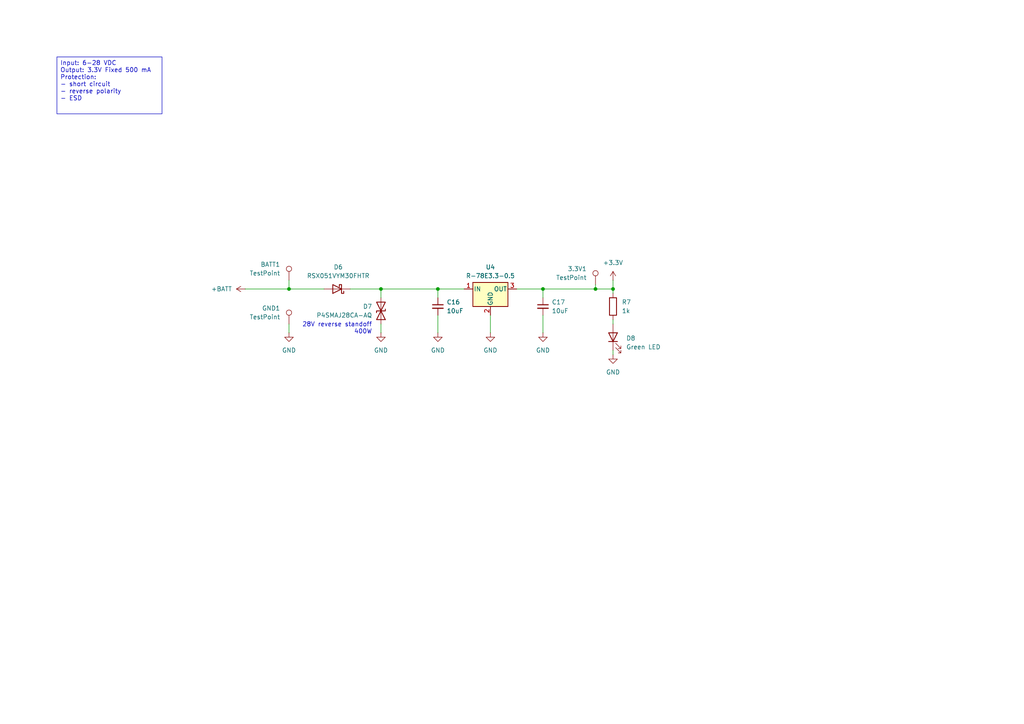
<source format=kicad_sch>
(kicad_sch (version 20250114) (generator "eeschema") (generator_version "9.0")
  (paper "A4")
  (lib_symbols
    (symbol "+3.3V_1" (power) (pin_numbers (hide yes)) (pin_names (offset 0) (hide yes))
      (property "Value" "+3.3V" (at 0 3.556 0))
      (symbol "+3.3V_1_0_1"
        (polyline (pts (xy -0.762 1.27) (xy 0 2.54)))
        (polyline (pts (xy 0 2.54) (xy 0.762 1.27)))
        (polyline (pts (xy 0 0) (xy 0 2.54)))
      )
      (symbol "+3.3V_1_1_1"
        (pin power_in line (at 0 0 90) (length 0) (name "~") (number "1"))
      )
    )
    (symbol "Connector:TestPoint" (pin_numbers (hide yes)) (pin_names (offset 0.762) (hide yes))
      (property "Reference" "TP" (at 0 6.858 0))
      (property "Value" "TestPoint" (at 0 5.08 0))
      (symbol "TestPoint_0_1"
        (circle (center 0 3.302) (radius 0.762))
      )
      (symbol "TestPoint_1_1"
        (pin passive line (at 0 0 90) (length 2.54) (name "1") (number "1"))
      )
    )
    (symbol "Device:C_Small" (pin_numbers (hide yes)) (pin_names (offset 0.254) (hide yes))
      (property "Reference" "C" (at 0.254 1.778 0))
      (property "Value" "C_Small" (at 0.254 -2.032 0))
      (symbol "C_Small_0_1"
        (polyline (pts (xy -1.524 0.508) (xy 1.524 0.508)) (stroke (width 0.3048)))
        (polyline (pts (xy -1.524 -0.508) (xy 1.524 -0.508)) (stroke (width 0.3302)))
      )
      (symbol "C_Small_1_1"
        (pin passive line (at 0 2.54 270) (length 2.032) (name "~") (number "1"))
        (pin passive line (at 0 -2.54 90) (length 2.032) (name "~") (number "2"))
      )
    )
    (symbol "Device:D_Schottky" (pin_numbers (hide yes)) (pin_names (offset 1.016) (hide yes))
      (property "Reference" "D" (at 0 2.54 0))
      (property "Value" "D_Schottky" (at 0 -2.54 0))
      (symbol "D_Schottky_0_1"
        (polyline (pts (xy -1.905 0.635) (xy -1.905 1.27) (xy -1.27 1.27) (xy -1.27 -1.27) (xy -0.635 -1.27) (xy -0.635 -0.635)) (stroke (width 0.254)))
        (polyline (pts (xy 1.27 1.27) (xy 1.27 -1.27) (xy -1.27 0) (xy 1.27 1.27)) (stroke (width 0.254)))
        (polyline (pts (xy 1.27 0) (xy -1.27 0)))
      )
      (symbol "D_Schottky_1_1"
        (pin passive line (at -3.81 0 0) (length 2.54) (name "K") (number "1"))
        (pin passive line (at 3.81 0 180) (length 2.54) (name "A") (number "2"))
      )
    )
    (symbol "Device:D_TVS" (pin_numbers (hide yes)) (pin_names (offset 1.016) (hide yes))
      (property "Reference" "D" (at 0 2.54 0))
      (property "Value" "D_TVS" (at 0 -2.54 0))
      (symbol "D_TVS_0_1"
        (polyline (pts (xy -2.54 1.27) (xy -2.54 -1.27) (xy 2.54 1.27) (xy 2.54 -1.27) (xy -2.54 1.27)) (stroke (width 0.254)))
        (polyline (pts (xy 0.508 1.27) (xy 0 1.27) (xy 0 -1.27) (xy -0.508 -1.27)) (stroke (width 0.254)))
        (polyline (pts (xy 1.27 0) (xy -1.27 0)))
      )
      (symbol "D_TVS_1_1"
        (pin passive line (at -3.81 0 0) (length 2.54) (name "A1") (number "1"))
        (pin passive line (at 3.81 0 180) (length 2.54) (name "A2") (number "2"))
      )
    )
    (symbol "Device:LED" (pin_numbers (hide yes)) (pin_names (offset 1.016) (hide yes))
      (property "Reference" "D" (at 0 2.54 0))
      (property "Value" "LED" (at 0 -2.54 0))
      (symbol "LED_0_1"
        (polyline (pts (xy -3.048 -0.762) (xy -4.572 -2.286) (xy -3.81 -2.286) (xy -4.572 -2.286) (xy -4.572 -1.524)))
        (polyline (pts (xy -1.778 -0.762) (xy -3.302 -2.286) (xy -2.54 -2.286) (xy -3.302 -2.286) (xy -3.302 -1.524)))
        (polyline (pts (xy -1.27 0) (xy 1.27 0)))
        (polyline (pts (xy -1.27 -1.27) (xy -1.27 1.27)) (stroke (width 0.254)))
        (polyline (pts (xy 1.27 -1.27) (xy 1.27 1.27) (xy -1.27 0) (xy 1.27 -1.27)) (stroke (width 0.254)))
      )
      (symbol "LED_1_1"
        (pin passive line (at -3.81 0 0) (length 2.54) (name "K") (number "1"))
        (pin passive line (at 3.81 0 180) (length 2.54) (name "A") (number "2"))
      )
    )
    (symbol "Device:R" (pin_numbers (hide yes)) (pin_names (offset 0))
      (property "Reference" "R" (at 2.032 0 90))
      (property "Value" "R" (at 0 0 90))
      (symbol "R_0_1"
        (rectangle (start -1.016 -2.54) (end 1.016 2.54) (stroke (width 0.254)))
      )
      (symbol "R_1_1"
        (pin passive line (at 0 3.81 270) (length 1.27) (name "~") (number "1"))
        (pin passive line (at 0 -3.81 90) (length 1.27) (name "~") (number "2"))
      )
    )
    (symbol "GND_3" (power) (pin_names (offset 0))
      (property "Value" "GND" (at 0 -3.81 0))
      (symbol "GND_3_0_1"
        (polyline (pts (xy 0 0) (xy 0 -1.27) (xy 1.27 -1.27) (xy 0 -2.54) (xy -1.27 -1.27) (xy 0 -1.27)))
      )
      (symbol "GND_3_1_1"
        (pin power_in line (at 0 0 270) (length 0) (hide yes) (name "GND") (number "1"))
      )
    )
    (symbol "Regulator_Switching:R-78E3.3-0.5" (pin_names (offset 0.254))
      (property "Reference" "U" (at -3.81 3.175 0))
      (property "Value" "R-78E3.3-0.5" (at 0 3.175 0))
      (symbol "R-78E3.3-0.5_0_1"
        (rectangle (start -5.08 1.905) (end 5.08 -5.08) (stroke (width 0.254)) (fill (type background)))
      )
      (symbol "R-78E3.3-0.5_1_1"
        (pin power_in line (at -7.62 0 0) (length 2.54) (name "IN") (number "1"))
        (pin power_in line (at 0 -7.62 90) (length 2.54) (name "GND") (number "2"))
        (pin power_out line (at 7.62 0 180) (length 2.54) (name "OUT") (number "3"))
      )
    )
    (symbol "power:+BATT" (power) (pin_numbers (hide yes)) (pin_names (offset 0) (hide yes))
      (property "Value" "+BATT" (at 0 3.556 0))
      (symbol "+BATT_0_1"
        (polyline (pts (xy -0.762 1.27) (xy 0 2.54)))
        (polyline (pts (xy 0 2.54) (xy 0.762 1.27)))
        (polyline (pts (xy 0 0) (xy 0 2.54)))
      )
      (symbol "+BATT_1_1"
        (pin power_in line (at 0 0 90) (length 0) (name "~") (number "1"))
      )
    )
    (symbol "power:GND" (power) (pin_numbers (hide yes)) (pin_names (offset 0) (hide yes))
      (property "Value" "GND" (at 0 -3.81 0))
      (symbol "GND_0_1"
        (polyline (pts (xy 0 0) (xy 0 -1.27) (xy 1.27 -1.27) (xy 0 -2.54) (xy -1.27 -1.27) (xy 0 -1.27)))
      )
      (symbol "GND_1_1"
        (pin power_in line (at 0 0 270) (length 0) (name "~") (number "1"))
      )
    )
  )
  (text "28V reverse standoff\n400W" (at 107.95 95.25 0) (effects (font (size 1.27 1.27)) (justify right)))
  (text_box "Input: 6-28 VDC\nOutput: 3.3V Fixed 500 mA\nProtection:\n- short circuit\n- reverse polarity\n- ESD" (at 16.51 16.51 0) (size 30.48 16.51) (margins 0.9525 0.9525 0.9525 0.9525) (effects (font (size 1.27 1.27)) (justify left top)))
  (junction (at 177.8 83.82))
  (junction (at 127 83.82))
  (junction (at 157.48 83.82))
  (junction (at 110.49 83.82))
  (junction (at 83.82 83.82))
  (junction (at 172.72 83.82))
  (wire (pts (xy 177.8 92.71) (xy 177.8 93.98)))
  (wire (pts (xy 172.72 82.55) (xy 172.72 83.82)))
  (wire (pts (xy 83.82 83.82) (xy 93.98 83.82)))
  (wire (pts (xy 110.49 83.82) (xy 110.49 86.36)))
  (wire (pts (xy 172.72 83.82) (xy 177.8 83.82)))
  (wire (pts (xy 127 91.44) (xy 127 96.52)))
  (wire (pts (xy 110.49 93.98) (xy 110.49 96.52)))
  (wire (pts (xy 83.82 93.98) (xy 83.82 96.52)))
  (wire (pts (xy 101.6 83.82) (xy 110.49 83.82)))
  (wire (pts (xy 127 83.82) (xy 127 86.36)))
  (wire (pts (xy 142.24 91.44) (xy 142.24 96.52)))
  (wire (pts (xy 71.12 83.82) (xy 83.82 83.82)))
  (wire (pts (xy 177.8 83.82) (xy 177.8 85.09)))
  (wire (pts (xy 83.82 81.28) (xy 83.82 83.82)))
  (wire (pts (xy 177.8 81.28) (xy 177.8 83.82)))
  (wire (pts (xy 110.49 83.82) (xy 127 83.82)))
  (wire (pts (xy 127 83.82) (xy 134.62 83.82)))
  (wire (pts (xy 177.8 101.6) (xy 177.8 102.87)))
  (wire (pts (xy 157.48 83.82) (xy 157.48 86.36)))
  (wire (pts (xy 157.48 91.44) (xy 157.48 96.52)))
  (wire (pts (xy 149.86 83.82) (xy 157.48 83.82)))
  (wire (pts (xy 157.48 83.82) (xy 172.72 83.82)))
  (symbol (lib_id "power:GND") (at 110.49 96.52 0) (unit 1)
    (property "Reference" "#PWR043" (effects (hide yes)))
    (property "Value" "GND" (at 110.49 101.6 0))
    (property "Description" "Power symbol creates a global label with name \"GND\" , ground" (effects (hide yes)))
  )
  (symbol (lib_id "power:GND") (at 157.48 96.52 0) (unit 1)
    (property "Reference" "#PWR046" (effects (hide yes)))
    (property "Value" "GND" (at 157.48 101.6 0))
    (property "Description" "Power symbol creates a global label with name \"GND\" , ground" (effects (hide yes)))
  )
  (symbol (lib_id "power:GND") (at 83.82 96.52 0) (unit 1)
    (property "Reference" "#PWR042" (effects (hide yes)))
    (property "Value" "GND" (at 83.82 101.6 0))
    (property "Description" "Power symbol creates a global label with name \"GND\" , ground" (effects (hide yes)))
  )
  (symbol (lib_id "power:GND") (at 127 96.52 0) (unit 1)
    (property "Reference" "#PWR044" (effects (hide yes)))
    (property "Value" "GND" (at 127 101.6 0))
    (property "Description" "Power symbol creates a global label with name \"GND\" , ground" (effects (hide yes)))
  )
  (symbol (lib_id "Device:LED") (at 177.8 97.79 90) (unit 1)
    (property "Reference" "D8" (at 181.61 98.1074 90) (effects (justify right)))
    (property "Value" "Green LED" (at 181.61 100.6474 90) (effects (justify right)))
    (property "Footprint" "LED_SMD:LED_0603_1608Metric" (effects (hide yes)))
  )
  (symbol (lib_id "Connector:TestPoint") (at 83.82 81.28 0) (mirror y) (unit 1)
    (property "Reference" "BATT1" (at 81.28 76.7079 0) (effects (justify left)))
    (property "Value" "TestPoint" (at 81.28 79.2479 0) (effects (justify left)))
    (property "Footprint" "TestPoint:TestPoint_Pad_D1.5mm" (effects (hide yes)))
    (property "Description" "test point" (effects (hide yes)))
  )
  (symbol (lib_id "Device:C_Small") (at 157.48 88.9 0) (unit 1)
    (property "Reference" "C17" (at 160.02 87.6362 0) (effects (justify left)))
    (property "Value" "10uF" (at 160.02 90.1762 0) (effects (justify left)))
    (property "Footprint" "Capacitor_SMD:C_0805_2012Metric" (effects (hide yes)))
    (property "Description" "Unpolarized capacitor, small symbol" (effects (hide yes)))
  )
  (symbol (lib_id "power:+BATT") (at 71.12 83.82 90) (unit 1)
    (property "Reference" "#PWR041" (effects (hide yes)))
    (property "Value" "+BATT" (at 67.31 83.8199 90) (effects (justify left)))
    (property "Description" "Power symbol creates a global label with name \"+BATT\"" (effects (hide yes)))
  )
  (symbol (lib_id "Device:D_Schottky") (at 97.79 83.82 180) (unit 1)
    (property "Reference" "D6" (at 98.1075 77.47 0))
    (property "Value" "RSX051VYM30FHTR" (at 98.1075 80.01 0))
    (property "Footprint" "Diode_SMD:D_TUMD2" (effects (hide yes)))
    (property "Description" "Schottky diode" (effects (hide yes)))
  )
  (symbol (lib_id "Device:C_Small") (at 127 88.9 0) (unit 1)
    (property "Reference" "C16" (at 129.54 87.6362 0) (effects (justify left)))
    (property "Value" "10uF" (at 129.54 90.1762 0) (effects (justify left)))
    (property "Footprint" "Capacitor_SMD:C_0805_2012Metric" (effects (hide yes)))
    (property "Description" "Unpolarized capacitor, small symbol" (effects (hide yes)))
  )
  (symbol (lib_id "Device:R") (at 177.8 88.9 0) (unit 1)
    (property "Reference" "R7" (at 180.34 87.6299 0) (effects (justify left)))
    (property "Value" "1k" (at 180.34 90.1699 0) (effects (justify left)))
    (property "Footprint" "Resistor_SMD:R_0603_1608Metric" (effects (hide yes)))
  )
  (symbol (lib_name "GND_3") (lib_id "power:GND") (at 177.8 102.87 0) (unit 1)
    (property "Reference" "#PWR048" (effects (hide yes)))
    (property "Value" "GND" (at 177.8 107.95 0))
  )
  (symbol (lib_id "Device:D_TVS") (at 110.49 90.17 270) (mirror x) (unit 1)
    (property "Reference" "D7" (at 107.95 88.8999 90) (effects (justify right)))
    (property "Value" "P4SMAJ28CA-AQ" (at 107.95 91.4399 90) (effects (justify right)))
    (property "Footprint" "Diode_SMD:D_SMA" (effects (hide yes)))
    (property "Description" "Bidirectional transient-voltage-suppression diode" (effects (hide yes)))
  )
  (symbol (lib_name "+3.3V_1") (lib_id "power:+3.3V") (at 177.8 81.28 0) (unit 1)
    (property "Reference" "#PWR049" (effects (hide yes)))
    (property "Value" "+3.3V" (at 177.8 76.2 0))
    (property "Description" "Power symbol creates a global label with name \"+3.3V\"" (effects (hide yes)))
  )
  (symbol (lib_id "Regulator_Switching:R-78E3.3-0.5") (at 142.24 83.82 0) (unit 1)
    (property "Reference" "U4" (at 142.24 77.47 0))
    (property "Value" "R-78E3.3-0.5" (at 142.24 80.01 0))
    (property "Footprint" "Converter_DCDC:Converter_DCDC_RECOM_R-78E-0.5_THT" (effects (hide yes)))
    (property "Datasheet" "https://www.recom-power.com/pdf/Innoline/R-78Exx-0.5.pdf" (effects (hide yes)))
    (property "Description" "500mA Step-Down DC/DC-Regulator, 6-28V input, 3.3V fixed Output Voltage, LM78xx replacement, -40°C to +85°C, SIP3" (effects (hide yes)))
  )
  (symbol (lib_id "Connector:TestPoint") (at 172.72 82.55 0) (mirror y) (unit 1)
    (property "Reference" "3.3V1" (at 170.18 77.9779 0) (effects (justify left)))
    (property "Value" "TestPoint" (at 170.18 80.5179 0) (effects (justify left)))
    (property "Footprint" "TestPoint:TestPoint_Pad_D1.5mm" (effects (hide yes)))
  )
  (symbol (lib_id "Connector:TestPoint") (at 83.82 93.98 0) (mirror y) (unit 1)
    (property "Reference" "GND1" (at 81.28 89.4079 0) (effects (justify left)))
    (property "Value" "TestPoint" (at 81.28 91.9479 0) (effects (justify left)))
    (property "Footprint" "TestPoint:TestPoint_Pad_D1.5mm" (effects (hide yes)))
    (property "Description" "test point" (effects (hide yes)))
  )
  (symbol (lib_id "power:GND") (at 142.24 96.52 0) (unit 1)
    (property "Reference" "#PWR045" (effects (hide yes)))
    (property "Value" "GND" (at 142.24 101.6 0))
    (property "Description" "Power symbol creates a global label with name \"GND\" , ground" (effects (hide yes)))
  )
)
</source>
